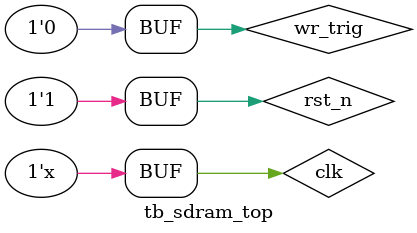
<source format=v>
`timescale 1ns/1ns

module tb_sdram_top();

reg clk;
reg rst_n;

wire				sdram_clk	 ;
wire				sdram_cke	 ;
wire				sdram_cs_n	 ;
wire				sdram_cas_n  ;
wire				sdram_ras_n  ;
wire				sdram_we_n	 ;
wire	[1:0]		sdram_bank	 ;
wire	[11:0]		sdram_addr	 ;
wire	[1:0]		sdram_dqm	 ;
wire	[15:0]		sdram_dq	 ;

reg					wr_trig		 ;

initial begin
	clk=1;
	rst_n=0;
	#100
	rst_n=1;
end

always #10 clk = ~clk;

initial begin
	wr_trig =	0;
	#210_000									//给210us，然后触发写
	wr_trig =	1;
	#20
	wr_trig =	0;
	end








defparam sdram_model_plus_inst.addr_bits =		12;
defparam sdram_model_plus_inst.data_bits = 		16;
defparam sdram_model_plus_inst.col_bits  =		 9;
defparam sdram_model_plus_inst.mem_sizes =		2*1024*1024; //2M

//例化SDRAM模型，等效于连接物理RAM
sdram_model_plus sdram_model_plus_inst(
	.Dq					(sdram_dq		)	,
	.Addr				(sdram_addr		)	, 
	.Ba					(sdram_bank		)	, 
	.Clk				(sdram_clk		)	, 
	.Cke				(sdram_cke		)	, 
	.Cs_n				(sdram_cs_n		)	, 
	.Ras_n				(sdram_ras_n	)	, 
	.Cas_n				(sdram_cas_n	)	, 
	.We_n				(sdram_we_n		)	, 
	.Dqm				(sdram_dqm		)	,
	.Debug				(1'b1			)	
);



sdram_top sdram_top_inst(
	.clk				(clk			),
	.rst_n				(rst_n			),
	.sdram_clk			(sdram_clk		),
	.sdram_cke			(sdram_cke		),
	.sdram_cs_n			(sdram_cs_n		),
	.sdram_cas_n		(sdram_cas_n	),
	.sdram_ras_n		(sdram_ras_n	),
	.sdram_we_n			(sdram_we_n		),
	.sdram_bank			(sdram_bank		),
	.sdram_addr			(sdram_addr		),
	.sdram_dqm			(sdram_dqm		),
	.sdram_dq			(sdram_dq		),
	
	//other
	.wr_trig			(wr_trig)
);


endmodule
</source>
